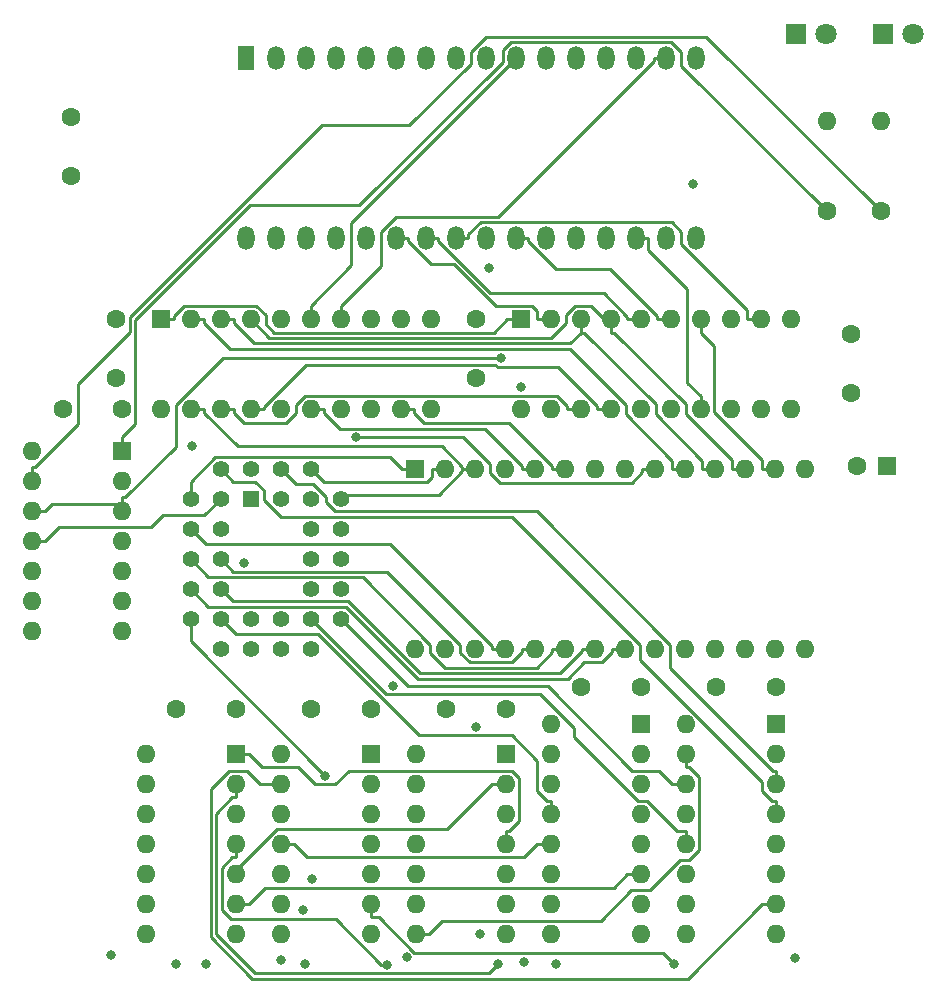
<source format=gbr>
%TF.GenerationSoftware,KiCad,Pcbnew,(6.0.9)*%
%TF.CreationDate,2023-08-23T21:47:27+02:00*%
%TF.ProjectId,p2000t-slot2-datacartridge,70323030-3074-42d7-936c-6f74322d6461,rev?*%
%TF.SameCoordinates,Original*%
%TF.FileFunction,Copper,L2,Inr*%
%TF.FilePolarity,Positive*%
%FSLAX46Y46*%
G04 Gerber Fmt 4.6, Leading zero omitted, Abs format (unit mm)*
G04 Created by KiCad (PCBNEW (6.0.9)) date 2023-08-23 21:47:27*
%MOMM*%
%LPD*%
G01*
G04 APERTURE LIST*
%TA.AperFunction,ComponentPad*%
%ADD10O,1.440000X2.000000*%
%TD*%
%TA.AperFunction,ComponentPad*%
%ADD11R,1.440000X2.000000*%
%TD*%
%TA.AperFunction,ComponentPad*%
%ADD12R,1.422400X1.422400*%
%TD*%
%TA.AperFunction,ComponentPad*%
%ADD13C,1.422400*%
%TD*%
%TA.AperFunction,ComponentPad*%
%ADD14R,1.600000X1.600000*%
%TD*%
%TA.AperFunction,ComponentPad*%
%ADD15O,1.600000X1.600000*%
%TD*%
%TA.AperFunction,ComponentPad*%
%ADD16C,1.600000*%
%TD*%
%TA.AperFunction,ComponentPad*%
%ADD17R,1.800000X1.800000*%
%TD*%
%TA.AperFunction,ComponentPad*%
%ADD18C,1.800000*%
%TD*%
%TA.AperFunction,ViaPad*%
%ADD19C,0.800000*%
%TD*%
%TA.AperFunction,Conductor*%
%ADD20C,0.250000*%
%TD*%
G04 APERTURE END LIST*
D10*
%TO.N,VCC*%
%TO.C,U14*%
X64398000Y-74387500D03*
%TO.N,~{WR}*%
X66938000Y-74387500D03*
%TO.N,CA17*%
X69478000Y-74387500D03*
%TO.N,CA14*%
X72018000Y-74387500D03*
%TO.N,CA13*%
X74558000Y-74387500D03*
%TO.N,CA8*%
X77098000Y-74387500D03*
%TO.N,CA9*%
X79638000Y-74387500D03*
%TO.N,CA11*%
X82178000Y-74387500D03*
%TO.N,~{RD}*%
X84718000Y-74387500D03*
%TO.N,CA10*%
X87258000Y-74387500D03*
%TO.N,SO5*%
X89798000Y-74387500D03*
%TO.N,D7*%
X92338000Y-74387500D03*
%TO.N,D6*%
X94878000Y-74387500D03*
%TO.N,D5*%
X97418000Y-74387500D03*
%TO.N,D4*%
X99958000Y-74387500D03*
%TO.N,D3*%
X102498000Y-74387500D03*
%TO.N,GND*%
X102498000Y-59147500D03*
%TO.N,D2*%
X99958000Y-59147500D03*
%TO.N,D1*%
X97418000Y-59147500D03*
%TO.N,D0*%
X94878000Y-59147500D03*
%TO.N,CA0*%
X92338000Y-59147500D03*
%TO.N,CA1*%
X89798000Y-59147500D03*
%TO.N,CA2*%
X87258000Y-59147500D03*
%TO.N,CA3*%
X84718000Y-59147500D03*
%TO.N,CA4*%
X82178000Y-59147500D03*
%TO.N,CA5*%
X79638000Y-59147500D03*
%TO.N,CA6*%
X77098000Y-59147500D03*
%TO.N,CA7*%
X74558000Y-59147500D03*
%TO.N,CA12*%
X72018000Y-59147500D03*
%TO.N,CA15*%
X69478000Y-59147500D03*
%TO.N,CA16*%
X66938000Y-59147500D03*
D11*
%TO.N,CA18*%
X64398000Y-59147500D03*
%TD*%
D12*
%TO.N,CA18*%
%TO.C,U5*%
X64770000Y-96520000D03*
D13*
%TO.N,CA16*%
X67310000Y-93980000D03*
%TO.N,CA15*%
X67310000Y-96520000D03*
%TO.N,CA12*%
X69850000Y-93980000D03*
%TO.N,CA7*%
X72390000Y-96520000D03*
%TO.N,CA6*%
X69850000Y-96520000D03*
%TO.N,CA5*%
X72390000Y-99060000D03*
%TO.N,CA4*%
X69850000Y-99060000D03*
%TO.N,CA3*%
X72390000Y-101600000D03*
%TO.N,CA2*%
X69850000Y-101600000D03*
%TO.N,CA1*%
X72390000Y-104140000D03*
%TO.N,CA0*%
X69850000Y-104140000D03*
%TO.N,D0*%
X72390000Y-106680000D03*
%TO.N,D1*%
X69850000Y-109220000D03*
%TO.N,D2*%
X69850000Y-106680000D03*
%TO.N,GND*%
X67310000Y-109220000D03*
%TO.N,D3*%
X67310000Y-106680000D03*
%TO.N,D4*%
X64770000Y-109220000D03*
%TO.N,D5*%
X64770000Y-106680000D03*
%TO.N,D6*%
X62230000Y-109220000D03*
%TO.N,D7*%
X59690000Y-106680000D03*
%TO.N,SO2*%
X62230000Y-106680000D03*
%TO.N,CA10*%
X59690000Y-104140000D03*
%TO.N,~{RD}*%
X62230000Y-104140000D03*
%TO.N,CA11*%
X59690000Y-101600000D03*
%TO.N,CA9*%
X62230000Y-101600000D03*
%TO.N,CA8*%
X59690000Y-99060000D03*
%TO.N,CA13*%
X62230000Y-99060000D03*
%TO.N,CA14*%
X59690000Y-96520000D03*
%TO.N,CA17*%
X62230000Y-93980000D03*
%TO.N,~{WR}*%
X62230000Y-96520000D03*
%TO.N,VCC*%
X64770000Y-93980000D03*
%TD*%
D14*
%TO.N,Net-(R1-Pad1)*%
%TO.C,U15*%
X53888800Y-92400200D03*
D15*
%TO.N,~{RD}*%
X53888800Y-94940200D03*
%TO.N,SO5*%
X53888800Y-97480200D03*
%TO.N,unconnected-(U15-Pad4)*%
X53888800Y-100020200D03*
%TO.N,VCC*%
X53888800Y-102560200D03*
X53888800Y-105100200D03*
%TO.N,GND*%
X53888800Y-107640200D03*
%TO.N,N/C*%
X46268800Y-107640200D03*
X46268800Y-105100200D03*
X46268800Y-102560200D03*
%TO.N,~{WR}*%
X46268800Y-100020200D03*
%TO.N,SO5*%
X46268800Y-97480200D03*
%TO.N,Net-(R2-Pad1)*%
X46268800Y-94940200D03*
%TO.N,VCC*%
X46268800Y-92400200D03*
%TD*%
%TO.N,Net-(D2-Pad2)*%
%TO.C,R2*%
X118110000Y-64516000D03*
D16*
%TO.N,Net-(R2-Pad1)*%
X118110000Y-72136000D03*
%TD*%
%TO.N,Net-(R1-Pad1)*%
%TO.C,R1*%
X113538000Y-72136000D03*
D15*
%TO.N,Net-(D1-Pad2)*%
X113538000Y-64516000D03*
%TD*%
D17*
%TO.N,GND*%
%TO.C,D2*%
X118359000Y-57150000D03*
D18*
%TO.N,Net-(D2-Pad2)*%
X120899000Y-57150000D03*
%TD*%
D17*
%TO.N,GND*%
%TO.C,D1*%
X110993000Y-57150000D03*
D18*
%TO.N,Net-(D1-Pad2)*%
X113533000Y-57150000D03*
%TD*%
D14*
%TO.N,A0*%
%TO.C,U3*%
X97790000Y-115570000D03*
D15*
%TO.N,A1*%
X97790000Y-118110000D03*
%TO.N,A2*%
X97790000Y-120650000D03*
%TO.N,Net-(U1-Pad6)*%
X97790000Y-123190000D03*
%TO.N,~{IORQ}*%
X97790000Y-125730000D03*
%TO.N,Net-(U3-Pad6)*%
X97790000Y-128270000D03*
%TO.N,unconnected-(U3-Pad7)*%
X97790000Y-130810000D03*
%TO.N,GND*%
X97790000Y-133350000D03*
%TO.N,unconnected-(U3-Pad9)*%
X90170000Y-133350000D03*
%TO.N,SO5*%
X90170000Y-130810000D03*
%TO.N,SO4*%
X90170000Y-128270000D03*
%TO.N,Net-(U3-Pad12)*%
X90170000Y-125730000D03*
%TO.N,SO2*%
X90170000Y-123190000D03*
%TO.N,Net-(U3-Pad14)*%
X90170000Y-120650000D03*
%TO.N,Net-(U3-Pad15)*%
X90170000Y-118110000D03*
%TO.N,VCC*%
X90170000Y-115570000D03*
%TD*%
D14*
%TO.N,A7*%
%TO.C,U1*%
X86360000Y-118110000D03*
D15*
%TO.N,Net-(U1-Pad2)*%
X86360000Y-120650000D03*
%TO.N,A4*%
X86360000Y-123190000D03*
%TO.N,Net-(U1-Pad4)*%
X86360000Y-125730000D03*
%TO.N,M1*%
X86360000Y-128270000D03*
%TO.N,Net-(U1-Pad6)*%
X86360000Y-130810000D03*
%TO.N,GND*%
X86360000Y-133350000D03*
%TO.N,Net-(U1-Pad8)*%
X78740000Y-133350000D03*
%TO.N,~{RES}*%
X78740000Y-130810000D03*
%TO.N,unconnected-(U1-Pad10)*%
X78740000Y-128270000D03*
%TO.N,VCC*%
X78740000Y-125730000D03*
%TO.N,unconnected-(U1-Pad12)*%
X78740000Y-123190000D03*
%TO.N,VCC*%
X78740000Y-120650000D03*
X78740000Y-118110000D03*
%TD*%
D14*
%TO.N,Net-(U6-Pad1)*%
%TO.C,U6*%
X74930000Y-118105000D03*
D15*
%TO.N,Net-(U3-Pad15)*%
X74930000Y-120645000D03*
%TO.N,~{WR}*%
X74930000Y-123185000D03*
%TO.N,Net-(U6-Pad4)*%
X74930000Y-125725000D03*
%TO.N,Net-(U3-Pad14)*%
X74930000Y-128265000D03*
%TO.N,~{WR}*%
X74930000Y-130805000D03*
%TO.N,GND*%
X74930000Y-133345000D03*
%TO.N,VCC*%
X67310000Y-133345000D03*
X67310000Y-130805000D03*
%TO.N,unconnected-(U6-Pad10)*%
X67310000Y-128265000D03*
%TO.N,Net-(U3-Pad12)*%
X67310000Y-125725000D03*
%TO.N,~{WR}*%
X67310000Y-123185000D03*
%TO.N,Net-(U6-Pad13)*%
X67310000Y-120645000D03*
%TO.N,VCC*%
X67310000Y-118105000D03*
%TD*%
D14*
%TO.N,Net-(U1-Pad4)*%
%TO.C,U4*%
X63500000Y-118105000D03*
D15*
%TO.N,A6*%
X63500000Y-120645000D03*
%TO.N,N/C*%
X63500000Y-123185000D03*
%TO.N,A5*%
X63500000Y-125725000D03*
%TO.N,Net-(U1-Pad2)*%
X63500000Y-128265000D03*
%TO.N,Net-(U3-Pad6)*%
X63500000Y-130805000D03*
%TO.N,GND*%
X63500000Y-133345000D03*
%TO.N,unconnected-(U4-Pad8)*%
X55880000Y-133345000D03*
%TO.N,GND*%
X55880000Y-130805000D03*
X55880000Y-128265000D03*
%TO.N,N/C*%
X55880000Y-125725000D03*
%TO.N,GND*%
X55880000Y-123185000D03*
X55880000Y-120645000D03*
%TO.N,VCC*%
X55880000Y-118105000D03*
%TD*%
D14*
%TO.N,~{RES}*%
%TO.C,U8*%
X87635000Y-81290000D03*
D15*
%TO.N,CA8*%
X90175000Y-81290000D03*
%TO.N,D0*%
X92715000Y-81290000D03*
%TO.N,D1*%
X95255000Y-81290000D03*
%TO.N,CA9*%
X97795000Y-81290000D03*
%TO.N,CA10*%
X100335000Y-81290000D03*
%TO.N,D2*%
X102875000Y-81290000D03*
%TO.N,D3*%
X105415000Y-81290000D03*
%TO.N,CA11*%
X107955000Y-81290000D03*
%TO.N,GND*%
X110495000Y-81290000D03*
%TO.N,Net-(U6-Pad4)*%
X110495000Y-88910000D03*
%TO.N,CA12*%
X107955000Y-88910000D03*
%TO.N,D4*%
X105415000Y-88910000D03*
%TO.N,D5*%
X102875000Y-88910000D03*
%TO.N,CA13*%
X100335000Y-88910000D03*
%TO.N,CA14*%
X97795000Y-88910000D03*
%TO.N,D6*%
X95255000Y-88910000D03*
%TO.N,D7*%
X92715000Y-88910000D03*
%TO.N,CA15*%
X90175000Y-88910000D03*
%TO.N,VCC*%
X87635000Y-88910000D03*
%TD*%
D14*
%TO.N,~{RES}*%
%TO.C,U9*%
X57155000Y-81290000D03*
D15*
%TO.N,CA0*%
X59695000Y-81290000D03*
%TO.N,D0*%
X62235000Y-81290000D03*
%TO.N,D1*%
X64775000Y-81290000D03*
%TO.N,CA1*%
X67315000Y-81290000D03*
%TO.N,CA2*%
X69855000Y-81290000D03*
%TO.N,D2*%
X72395000Y-81290000D03*
%TO.N,D3*%
X74935000Y-81290000D03*
%TO.N,CA3*%
X77475000Y-81290000D03*
%TO.N,GND*%
X80015000Y-81290000D03*
%TO.N,Net-(U6-Pad1)*%
X80015000Y-88910000D03*
%TO.N,CA4*%
X77475000Y-88910000D03*
%TO.N,D4*%
X74935000Y-88910000D03*
%TO.N,D5*%
X72395000Y-88910000D03*
%TO.N,CA5*%
X69855000Y-88910000D03*
%TO.N,CA6*%
X67315000Y-88910000D03*
%TO.N,D6*%
X64775000Y-88910000D03*
%TO.N,D7*%
X62235000Y-88910000D03*
%TO.N,CA7*%
X59695000Y-88910000D03*
%TO.N,VCC*%
X57155000Y-88910000D03*
%TD*%
D16*
%TO.N,VCC*%
%TO.C,C1*%
X58500000Y-114300000D03*
%TO.N,GND*%
X63500000Y-114300000D03*
%TD*%
%TO.N,VCC*%
%TO.C,C2*%
X69930000Y-114300000D03*
%TO.N,GND*%
X74930000Y-114300000D03*
%TD*%
%TO.N,VCC*%
%TO.C,C3*%
X81360000Y-114300000D03*
%TO.N,GND*%
X86360000Y-114300000D03*
%TD*%
%TO.N,VCC*%
%TO.C,C4*%
X104220000Y-112395000D03*
%TO.N,GND*%
X109220000Y-112395000D03*
%TD*%
%TO.N,VCC*%
%TO.C,C5*%
X53340000Y-86290000D03*
%TO.N,GND*%
X53340000Y-81290000D03*
%TD*%
%TO.N,GND*%
%TO.C,C6*%
X48888800Y-88900000D03*
%TO.N,VCC*%
X53888800Y-88900000D03*
%TD*%
%TO.N,VCC*%
%TO.C,C8*%
X115570000Y-82550000D03*
%TO.N,GND*%
X115570000Y-87550000D03*
%TD*%
%TO.N,VCC*%
%TO.C,C9*%
X49530000Y-69175000D03*
%TO.N,GND*%
X49530000Y-64175000D03*
%TD*%
D14*
%TO.N,GND*%
%TO.C,U13*%
X109220000Y-115570000D03*
D15*
X109220000Y-118110000D03*
%TO.N,CA16*%
X109220000Y-120650000D03*
%TO.N,CA17*%
X109220000Y-123190000D03*
%TO.N,CA18*%
X109220000Y-125730000D03*
%TO.N,unconnected-(U13-Pad6)*%
X109220000Y-128270000D03*
%TO.N,Net-(U6-Pad13)*%
X109220000Y-130810000D03*
%TO.N,GND*%
X109220000Y-133350000D03*
X101600000Y-133350000D03*
X101600000Y-130810000D03*
X101600000Y-128270000D03*
%TO.N,D2*%
X101600000Y-125730000D03*
%TO.N,D1*%
X101600000Y-123190000D03*
%TO.N,D0*%
X101600000Y-120650000D03*
%TO.N,Net-(U1-Pad8)*%
X101600000Y-118110000D03*
%TO.N,VCC*%
X101600000Y-115570000D03*
%TD*%
D16*
%TO.N,VCC*%
%TO.C,C7*%
X83820000Y-86280000D03*
%TO.N,GND*%
X83820000Y-81280000D03*
%TD*%
%TO.N,VCC*%
%TO.C,C10*%
X97790000Y-112395000D03*
%TO.N,GND*%
X92790000Y-112395000D03*
%TD*%
D14*
%TO.N,VCC*%
%TO.C,C11*%
X118618000Y-93726000D03*
D16*
%TO.N,GND*%
X116118000Y-93726000D03*
%TD*%
D14*
%TO.N,CA14*%
%TO.C,U11*%
X78725000Y-93975000D03*
D15*
%TO.N,CA12*%
X81265000Y-93975000D03*
%TO.N,CA7*%
X83805000Y-93975000D03*
%TO.N,CA6*%
X86345000Y-93975000D03*
%TO.N,CA5*%
X88885000Y-93975000D03*
%TO.N,CA4*%
X91425000Y-93975000D03*
%TO.N,CA3*%
X93965000Y-93975000D03*
%TO.N,CA2*%
X96505000Y-93975000D03*
%TO.N,CA1*%
X99045000Y-93975000D03*
%TO.N,CA0*%
X101585000Y-93975000D03*
%TO.N,D0*%
X104125000Y-93975000D03*
%TO.N,D1*%
X106665000Y-93975000D03*
%TO.N,D2*%
X109205000Y-93975000D03*
%TO.N,GND*%
X111745000Y-93975000D03*
%TO.N,D3*%
X111745000Y-109215000D03*
%TO.N,D4*%
X109205000Y-109215000D03*
%TO.N,D5*%
X106665000Y-109215000D03*
%TO.N,D6*%
X104125000Y-109215000D03*
%TO.N,D7*%
X101585000Y-109215000D03*
%TO.N,SO4*%
X99045000Y-109215000D03*
%TO.N,CA10*%
X96505000Y-109215000D03*
%TO.N,~{RD}*%
X93965000Y-109215000D03*
%TO.N,CA11*%
X91425000Y-109215000D03*
%TO.N,CA9*%
X88885000Y-109215000D03*
%TO.N,CA8*%
X86345000Y-109215000D03*
%TO.N,CA13*%
X83805000Y-109215000D03*
%TO.N,~{WR}*%
X81265000Y-109215000D03*
%TO.N,VCC*%
X78725000Y-109215000D03*
%TD*%
D19*
%TO.N,VCC*%
X87630000Y-86995000D03*
%TO.N,GND*%
X78002666Y-135320765D03*
X84220900Y-133350000D03*
X90657500Y-135890000D03*
X102235000Y-69850000D03*
X84952801Y-76972199D03*
%TO.N,VCC*%
X59786849Y-91978151D03*
X76835000Y-112313700D03*
X83820000Y-115785300D03*
%TO.N,GND*%
X58420000Y-135890000D03*
X60960000Y-135890000D03*
%TO.N,SO5*%
X85987700Y-84526900D03*
%TO.N,CA1*%
X73665000Y-91278400D03*
%TO.N,~{WR}*%
X100638800Y-135905100D03*
%TO.N,D1*%
X64226300Y-101917200D03*
%TO.N,D5*%
X67389100Y-135524300D03*
%TO.N,D7*%
X71059100Y-119913400D03*
%TO.N,A5*%
X76300700Y-135918200D03*
%TO.N,~{RES}*%
X87909100Y-135682600D03*
%TO.N,A6*%
X85737100Y-135888300D03*
%TO.N,D4*%
X69423400Y-135912600D03*
%TO.N,D2*%
X69995600Y-128638700D03*
%TO.N,D0*%
X69245700Y-131315200D03*
%TO.N,VCC*%
X52975800Y-135131700D03*
%TO.N,GND*%
X110883200Y-135337500D03*
%TD*%
D20*
%TO.N,Net-(U6-Pad13)*%
X65589700Y-120645000D02*
X67310000Y-120645000D01*
X64456500Y-119511800D02*
X65589700Y-120645000D01*
X62979400Y-119511800D02*
X64456500Y-119511800D01*
X61400600Y-121090600D02*
X62979400Y-119511800D01*
X61400600Y-133580700D02*
X61400600Y-121090600D01*
X64929000Y-137109100D02*
X61400600Y-133580700D01*
X101795600Y-137109100D02*
X64929000Y-137109100D01*
X108094700Y-130810000D02*
X101795600Y-137109100D01*
X109220000Y-130810000D02*
X108094700Y-130810000D01*
%TO.N,Net-(U3-Pad12)*%
X87919400Y-126855300D02*
X89044700Y-125730000D01*
X69565600Y-126855300D02*
X87919400Y-126855300D01*
X68435300Y-125725000D02*
X69565600Y-126855300D01*
X67310000Y-125725000D02*
X68435300Y-125725000D01*
X90170000Y-125730000D02*
X89044700Y-125730000D01*
%TO.N,Net-(U3-Pad6)*%
X63500000Y-130805000D02*
X64625300Y-130805000D01*
X97790000Y-128270000D02*
X96664700Y-128270000D01*
X66011600Y-129418700D02*
X64625300Y-130805000D01*
X66011600Y-129418600D02*
X66011600Y-129418700D01*
X95516100Y-129418600D02*
X66011600Y-129418600D01*
X96664700Y-128270000D02*
X95516100Y-129418600D01*
%TO.N,CA16*%
X68580000Y-95250000D02*
X67310000Y-93980000D01*
X70061900Y-95250000D02*
X68580000Y-95250000D01*
X71120000Y-96308100D02*
X70061900Y-95250000D01*
X71120000Y-96729200D02*
X71120000Y-96308100D01*
X71947300Y-97556500D02*
X71120000Y-96729200D01*
X89042800Y-97556500D02*
X71947300Y-97556500D01*
X100315000Y-108828700D02*
X89042800Y-97556500D01*
X100315000Y-110852900D02*
X100315000Y-108828700D01*
X108986800Y-119524700D02*
X100315000Y-110852900D01*
X109220000Y-119524700D02*
X108986800Y-119524700D01*
X109220000Y-120650000D02*
X109220000Y-119524700D01*
%TO.N,CA17*%
X63283100Y-95033100D02*
X62230000Y-93980000D01*
X65171000Y-95033100D02*
X63283100Y-95033100D01*
X65880700Y-95742800D02*
X65171000Y-95033100D01*
X65880700Y-96569700D02*
X65880700Y-95742800D01*
X67334500Y-98023500D02*
X65880700Y-96569700D01*
X86942600Y-98023500D02*
X67334500Y-98023500D01*
X97775000Y-108855900D02*
X86942600Y-98023500D01*
X97775000Y-110133100D02*
X97775000Y-108855900D01*
X108094700Y-120452800D02*
X97775000Y-110133100D01*
X108094700Y-121220800D02*
X108094700Y-120452800D01*
X108938600Y-122064700D02*
X108094700Y-121220800D01*
X109220000Y-122064700D02*
X108938600Y-122064700D01*
X109220000Y-123190000D02*
X109220000Y-122064700D01*
%TO.N,SO2*%
X89888600Y-122064700D02*
X90170000Y-122064700D01*
X89044700Y-121220800D02*
X89888600Y-122064700D01*
X89044700Y-118667100D02*
X89044700Y-121220800D01*
X86887400Y-116509800D02*
X89044700Y-118667100D01*
X79042900Y-116509800D02*
X86887400Y-116509800D01*
X70483100Y-107950000D02*
X79042900Y-116509800D01*
X63500000Y-107950000D02*
X70483100Y-107950000D01*
X62230000Y-106680000D02*
X63500000Y-107950000D01*
X90170000Y-123190000D02*
X90170000Y-122064700D01*
%TO.N,SO5*%
X53888800Y-97480200D02*
X53888800Y-96917500D01*
X53888800Y-96917500D02*
X53888800Y-96354900D01*
X47956800Y-96917500D02*
X47394100Y-97480200D01*
X53888800Y-96917500D02*
X47956800Y-96917500D01*
X46268800Y-97480200D02*
X47394100Y-97480200D01*
X62460600Y-84526900D02*
X85987700Y-84526900D01*
X58425000Y-88562500D02*
X62460600Y-84526900D01*
X58425000Y-92100000D02*
X58425000Y-88562500D01*
X54170100Y-96354900D02*
X58425000Y-92100000D01*
X53888800Y-96354900D02*
X54170100Y-96354900D01*
%TO.N,Net-(R2-Pad1)*%
X46550100Y-93814900D02*
X46268800Y-93814900D01*
X50173600Y-90191400D02*
X46550100Y-93814900D01*
X50173600Y-86767300D02*
X50173600Y-90191400D01*
X54563600Y-82377300D02*
X50173600Y-86767300D01*
X54563600Y-81128800D02*
X54563600Y-82377300D01*
X70814600Y-64877800D02*
X54563600Y-81128800D01*
X78207600Y-64877800D02*
X70814600Y-64877800D01*
X83448000Y-59637400D02*
X78207600Y-64877800D01*
X83448000Y-58642000D02*
X83448000Y-59637400D01*
X84736300Y-57353700D02*
X83448000Y-58642000D01*
X103327700Y-57353700D02*
X84736300Y-57353700D01*
X118110000Y-72136000D02*
X103327700Y-57353700D01*
X46268800Y-94940200D02*
X46268800Y-93814900D01*
%TO.N,Net-(R1-Pad1)*%
X53888800Y-92400200D02*
X53888800Y-91274900D01*
X101228000Y-59826000D02*
X113538000Y-72136000D01*
X101228000Y-58651800D02*
X101228000Y-59826000D01*
X100387300Y-57811100D02*
X101228000Y-58651800D01*
X86832500Y-57811100D02*
X100387300Y-57811100D01*
X86147300Y-58496300D02*
X86832500Y-57811100D01*
X86147300Y-59480800D02*
X86147300Y-58496300D01*
X73988500Y-71639600D02*
X86147300Y-59480800D01*
X64689700Y-71639600D02*
X73988500Y-71639600D01*
X55014100Y-81315200D02*
X64689700Y-71639600D01*
X55014100Y-90149600D02*
X55014100Y-81315200D01*
X53888800Y-91274900D02*
X55014100Y-90149600D01*
%TO.N,Net-(U1-Pad8)*%
X80990600Y-132224700D02*
X79865300Y-133350000D01*
X94427500Y-132224700D02*
X80990600Y-132224700D01*
X97008500Y-129643700D02*
X94427500Y-132224700D01*
X98571800Y-129643700D02*
X97008500Y-129643700D01*
X101141600Y-127073900D02*
X98571800Y-129643700D01*
X101878000Y-127073900D02*
X101141600Y-127073900D01*
X102728200Y-126223700D02*
X101878000Y-127073900D01*
X102728200Y-120082200D02*
X102728200Y-126223700D01*
X101881300Y-119235300D02*
X102728200Y-120082200D01*
X101600000Y-119235300D02*
X101881300Y-119235300D01*
X101600000Y-118110000D02*
X101600000Y-119235300D01*
X78740000Y-133350000D02*
X79865300Y-133350000D01*
%TO.N,Net-(U1-Pad2)*%
X81429700Y-124455000D02*
X85234700Y-120650000D01*
X66979800Y-124455000D02*
X81429700Y-124455000D01*
X63500000Y-127934800D02*
X66979800Y-124455000D01*
X63500000Y-128265000D02*
X63500000Y-127934800D01*
X86360000Y-120650000D02*
X85234700Y-120650000D01*
%TO.N,Net-(U1-Pad4)*%
X86641400Y-124604700D02*
X86360000Y-124604700D01*
X87485300Y-123760800D02*
X86641400Y-124604700D01*
X87485300Y-120110400D02*
X87485300Y-123760800D01*
X86874600Y-119499700D02*
X87485300Y-120110400D01*
X73078100Y-119499700D02*
X86874600Y-119499700D01*
X71922800Y-120655000D02*
X73078100Y-119499700D01*
X70215000Y-120655000D02*
X71922800Y-120655000D01*
X68790300Y-119230300D02*
X70215000Y-120655000D01*
X65750600Y-119230300D02*
X68790300Y-119230300D01*
X64625300Y-118105000D02*
X65750600Y-119230300D01*
X63500000Y-118105000D02*
X64625300Y-118105000D01*
X86360000Y-125730000D02*
X86360000Y-124604700D01*
%TO.N,CA7*%
X83805000Y-93975000D02*
X82679700Y-93975000D01*
X59695000Y-88910000D02*
X60820300Y-88910000D01*
X72777000Y-96133000D02*
X72390000Y-96520000D01*
X72777000Y-96132900D02*
X72777000Y-96133000D01*
X80700900Y-96132900D02*
X72777000Y-96132900D01*
X82679700Y-94154100D02*
X80700900Y-96132900D01*
X82679700Y-93975000D02*
X82679700Y-94154100D01*
X82679700Y-93755600D02*
X82679700Y-93975000D01*
X80966900Y-92042800D02*
X82679700Y-93755600D01*
X63671800Y-92042800D02*
X80966900Y-92042800D01*
X60820300Y-89191300D02*
X63671800Y-92042800D01*
X60820300Y-88910000D02*
X60820300Y-89191300D01*
%TO.N,CA5*%
X70980300Y-89191300D02*
X70980300Y-88910000D01*
X72339300Y-90550300D02*
X70980300Y-89191300D01*
X84616300Y-90550300D02*
X72339300Y-90550300D01*
X87759700Y-93693700D02*
X84616300Y-90550300D01*
X87759700Y-93975000D02*
X87759700Y-93693700D01*
X88885000Y-93975000D02*
X87759700Y-93975000D01*
X69855000Y-88910000D02*
X70980300Y-88910000D01*
%TO.N,CA14*%
X59690000Y-95027400D02*
X59690000Y-96520000D01*
X61775100Y-92942300D02*
X59690000Y-95027400D01*
X76567000Y-92942300D02*
X61775100Y-92942300D01*
X77599700Y-93975000D02*
X76567000Y-92942300D01*
X78725000Y-93975000D02*
X77599700Y-93975000D01*
%TO.N,CA8*%
X78143300Y-74681500D02*
X78143300Y-74387500D01*
X80077900Y-76616100D02*
X78143300Y-74681500D01*
X81981000Y-76616100D02*
X80077900Y-76616100D01*
X85529600Y-80164700D02*
X81981000Y-76616100D01*
X88627800Y-80164700D02*
X85529600Y-80164700D01*
X89049700Y-80586600D02*
X88627800Y-80164700D01*
X89049700Y-81290000D02*
X89049700Y-80586600D01*
X90175000Y-81290000D02*
X89049700Y-81290000D01*
X77098000Y-74387500D02*
X78143300Y-74387500D01*
X60960000Y-100330000D02*
X59690000Y-99060000D01*
X76616000Y-100330000D02*
X60960000Y-100330000D01*
X85219700Y-108933700D02*
X76616000Y-100330000D01*
X85219700Y-109215000D02*
X85219700Y-108933700D01*
X86345000Y-109215000D02*
X85219700Y-109215000D01*
%TO.N,CA11*%
X91425000Y-109215000D02*
X90299700Y-109215000D01*
X61193400Y-103103400D02*
X59690000Y-101600000D01*
X74259700Y-103103400D02*
X61193400Y-103103400D01*
X79995000Y-108838700D02*
X74259700Y-103103400D01*
X79995000Y-109564200D02*
X79995000Y-108838700D01*
X81223600Y-110792800D02*
X79995000Y-109564200D01*
X89003200Y-110792800D02*
X81223600Y-110792800D01*
X90299700Y-109496300D02*
X89003200Y-110792800D01*
X90299700Y-109215000D02*
X90299700Y-109496300D01*
X106829700Y-80485700D02*
X106829700Y-81290000D01*
X101228000Y-74884000D02*
X106829700Y-80485700D01*
X101228000Y-73868100D02*
X101228000Y-74884000D01*
X100422000Y-73062100D02*
X101228000Y-73868100D01*
X84254700Y-73062100D02*
X100422000Y-73062100D01*
X83223300Y-74093500D02*
X84254700Y-73062100D01*
X83223300Y-74387500D02*
X83223300Y-74093500D01*
X82178000Y-74387500D02*
X83223300Y-74387500D01*
X107955000Y-81290000D02*
X106829700Y-81290000D01*
%TO.N,CA9*%
X97795000Y-81290000D02*
X96669700Y-81290000D01*
X79638000Y-74387500D02*
X80683300Y-74387500D01*
X80683300Y-74681500D02*
X80683300Y-74387500D01*
X85077400Y-79075600D02*
X80683300Y-74681500D01*
X94693800Y-79075600D02*
X85077400Y-79075600D01*
X96669700Y-81051500D02*
X94693800Y-79075600D01*
X96669700Y-81290000D02*
X96669700Y-81051500D01*
X63283000Y-102653000D02*
X62230000Y-101600000D01*
X76306500Y-102653000D02*
X63283000Y-102653000D01*
X82535000Y-108881500D02*
X76306500Y-102653000D01*
X82535000Y-109542500D02*
X82535000Y-108881500D01*
X83332900Y-110340400D02*
X82535000Y-109542500D01*
X86915600Y-110340400D02*
X83332900Y-110340400D01*
X87759700Y-109496300D02*
X86915600Y-110340400D01*
X87759700Y-109215000D02*
X87759700Y-109496300D01*
X88885000Y-109215000D02*
X87759700Y-109215000D01*
%TO.N,CA12*%
X81265000Y-93975000D02*
X80139700Y-93975000D01*
X70970400Y-95100400D02*
X69850000Y-93980000D01*
X79717600Y-95100400D02*
X70970400Y-95100400D01*
X80139700Y-94678300D02*
X79717600Y-95100400D01*
X80139700Y-93975000D02*
X80139700Y-94678300D01*
%TO.N,CA10*%
X88303300Y-74681500D02*
X88303300Y-74387500D01*
X90643900Y-77022100D02*
X88303300Y-74681500D01*
X95223100Y-77022100D02*
X90643900Y-77022100D01*
X99209700Y-81008700D02*
X95223100Y-77022100D01*
X99209700Y-81290000D02*
X99209700Y-81008700D01*
X100335000Y-81290000D02*
X99209700Y-81290000D01*
X87258000Y-74387500D02*
X88303300Y-74387500D01*
X96505000Y-109215000D02*
X95379700Y-109215000D01*
X61193400Y-105643400D02*
X59690000Y-104140000D01*
X72873200Y-105643400D02*
X61193400Y-105643400D01*
X78948900Y-111719100D02*
X72873200Y-105643400D01*
X91644300Y-111719100D02*
X78948900Y-111719100D01*
X93023100Y-110340300D02*
X91644300Y-111719100D01*
X94535800Y-110340300D02*
X93023100Y-110340300D01*
X95379700Y-109496400D02*
X94535800Y-110340300D01*
X95379700Y-109215000D02*
X95379700Y-109496400D01*
%TO.N,CA0*%
X101585000Y-93975000D02*
X100459700Y-93975000D01*
X59695000Y-81290000D02*
X60820300Y-81290000D01*
X100459700Y-93247600D02*
X100459700Y-93975000D01*
X96525000Y-89312900D02*
X100459700Y-93247600D01*
X96525000Y-88548800D02*
X96525000Y-89312900D01*
X91777800Y-83801600D02*
X96525000Y-88548800D01*
X63050600Y-83801600D02*
X91777800Y-83801600D01*
X60820300Y-81571300D02*
X63050600Y-83801600D01*
X60820300Y-81290000D02*
X60820300Y-81571300D01*
%TO.N,CA1*%
X82778600Y-91278400D02*
X73665000Y-91278400D01*
X85075000Y-93574800D02*
X82778600Y-91278400D01*
X85075000Y-94299900D02*
X85075000Y-93574800D01*
X85889400Y-95114300D02*
X85075000Y-94299900D01*
X97061700Y-95114300D02*
X85889400Y-95114300D01*
X97919700Y-94256300D02*
X97061700Y-95114300D01*
X97919700Y-93975000D02*
X97919700Y-94256300D01*
X99045000Y-93975000D02*
X97919700Y-93975000D01*
%TO.N,CA4*%
X78600300Y-89191400D02*
X78600300Y-88910000D01*
X79444200Y-90035300D02*
X78600300Y-89191400D01*
X86641300Y-90035300D02*
X79444200Y-90035300D01*
X90299700Y-93693700D02*
X86641300Y-90035300D01*
X90299700Y-93975000D02*
X90299700Y-93693700D01*
X91425000Y-93975000D02*
X90299700Y-93975000D01*
X77475000Y-88910000D02*
X78600300Y-88910000D01*
%TO.N,CA2*%
X73288000Y-73117500D02*
X87258000Y-59147500D01*
X73288000Y-76731700D02*
X73288000Y-73117500D01*
X69855000Y-80164700D02*
X73288000Y-76731700D01*
X69855000Y-81290000D02*
X69855000Y-80164700D01*
%TO.N,~{WR}*%
X48519400Y-98894900D02*
X47394100Y-100020200D01*
X56323900Y-98894900D02*
X48519400Y-98894900D01*
X57340900Y-97877900D02*
X56323900Y-98894900D01*
X60872100Y-97877900D02*
X57340900Y-97877900D01*
X62230000Y-96520000D02*
X60872100Y-97877900D01*
X46268800Y-100020200D02*
X47394100Y-100020200D01*
X99681300Y-134947600D02*
X100638800Y-135905100D01*
X78654100Y-134947600D02*
X99681300Y-134947600D01*
X75636800Y-131930300D02*
X78654100Y-134947600D01*
X74930000Y-131930300D02*
X75636800Y-131930300D01*
X74930000Y-130805000D02*
X74930000Y-131930300D01*
%TO.N,D1*%
X95536300Y-82415300D02*
X95255000Y-82415300D01*
X101605000Y-88484000D02*
X95536300Y-82415300D01*
X101605000Y-89298600D02*
X101605000Y-88484000D01*
X105539700Y-93233300D02*
X101605000Y-89298600D01*
X105539700Y-93975000D02*
X105539700Y-93233300D01*
X106665000Y-93975000D02*
X105539700Y-93975000D01*
X95255000Y-81290000D02*
X95255000Y-81852600D01*
X95255000Y-81852600D02*
X95255000Y-82415300D01*
X93555800Y-80153400D02*
X95255000Y-81852600D01*
X92209500Y-80153400D02*
X93555800Y-80153400D01*
X91445000Y-80917900D02*
X92209500Y-80153400D01*
X91445000Y-81633500D02*
X91445000Y-80917900D01*
X90212900Y-82865600D02*
X91445000Y-81633500D01*
X66350600Y-82865600D02*
X90212900Y-82865600D01*
X64775000Y-81290000D02*
X66350600Y-82865600D01*
%TO.N,D5*%
X98463300Y-75432800D02*
X98463300Y-74387500D01*
X101749700Y-78719200D02*
X98463300Y-75432800D01*
X101749700Y-86659400D02*
X101749700Y-78719200D01*
X102875000Y-87784700D02*
X101749700Y-86659400D01*
X102875000Y-88910000D02*
X102875000Y-87784700D01*
X97418000Y-74387500D02*
X98463300Y-74387500D01*
%TO.N,D7*%
X62235000Y-88910000D02*
X63360300Y-88910000D01*
X92715000Y-88910000D02*
X91589700Y-88910000D01*
X63360300Y-89191300D02*
X63360300Y-88910000D01*
X64226400Y-90057400D02*
X63360300Y-89191300D01*
X67769200Y-90057400D02*
X64226400Y-90057400D01*
X68585000Y-89241600D02*
X67769200Y-90057400D01*
X68585000Y-88564100D02*
X68585000Y-89241600D01*
X69364400Y-87784700D02*
X68585000Y-88564100D01*
X90745800Y-87784700D02*
X69364400Y-87784700D01*
X91589700Y-88628600D02*
X90745800Y-87784700D01*
X91589700Y-88910000D02*
X91589700Y-88628600D01*
X59690000Y-108544300D02*
X71059100Y-119913400D01*
X59690000Y-106680000D02*
X59690000Y-108544300D01*
%TO.N,A5*%
X75857300Y-135918200D02*
X76300700Y-135918200D01*
X72014100Y-132075000D02*
X75857300Y-135918200D01*
X63102900Y-132075000D02*
X72014100Y-132075000D01*
X62351500Y-131323600D02*
X63102900Y-132075000D01*
X62351500Y-127717500D02*
X62351500Y-131323600D01*
X63218700Y-126850300D02*
X62351500Y-127717500D01*
X63500000Y-126850300D02*
X63218700Y-126850300D01*
X63500000Y-125725000D02*
X63500000Y-126850300D01*
%TO.N,~{RES}*%
X85384400Y-82415300D02*
X86509700Y-81290000D01*
X66793200Y-82415300D02*
X85384400Y-82415300D01*
X66045000Y-81667100D02*
X66793200Y-82415300D01*
X66045000Y-80965700D02*
X66045000Y-81667100D01*
X65210100Y-80130800D02*
X66045000Y-80965700D01*
X59158200Y-80130800D02*
X65210100Y-80130800D01*
X58280300Y-81008700D02*
X59158200Y-80130800D01*
X58280300Y-81290000D02*
X58280300Y-81008700D01*
X57155000Y-81290000D02*
X58280300Y-81290000D01*
X87635000Y-81290000D02*
X86509700Y-81290000D01*
%TO.N,~{RD}*%
X93965000Y-109215000D02*
X92839700Y-109215000D01*
X63266600Y-105176600D02*
X62230000Y-104140000D01*
X73043300Y-105176600D02*
X63266600Y-105176600D01*
X79115100Y-111248400D02*
X73043300Y-105176600D01*
X90997500Y-111248400D02*
X79115100Y-111248400D01*
X92839700Y-109406200D02*
X90997500Y-111248400D01*
X92839700Y-109215000D02*
X92839700Y-109406200D01*
%TO.N,A6*%
X63500000Y-120645000D02*
X63500000Y-121770300D01*
X84980800Y-136644600D02*
X85737100Y-135888300D01*
X65147600Y-136644600D02*
X84980800Y-136644600D01*
X61851000Y-133348000D02*
X65147600Y-136644600D01*
X61851000Y-123138000D02*
X61851000Y-133348000D01*
X63218700Y-121770300D02*
X61851000Y-123138000D01*
X63500000Y-121770300D02*
X63218700Y-121770300D01*
%TO.N,D6*%
X64775000Y-88910000D02*
X65900300Y-88910000D01*
X95255000Y-88910000D02*
X94129700Y-88910000D01*
X94129700Y-88628700D02*
X94129700Y-88910000D01*
X90792700Y-85291700D02*
X94129700Y-88628700D01*
X85672700Y-85291700D02*
X90792700Y-85291700D01*
X85515500Y-85134500D02*
X85672700Y-85291700D01*
X69490300Y-85134500D02*
X85515500Y-85134500D01*
X65900300Y-88724500D02*
X69490300Y-85134500D01*
X65900300Y-88910000D02*
X65900300Y-88724500D01*
%TO.N,D2*%
X104000300Y-83540600D02*
X102875000Y-82415300D01*
X104000300Y-89152100D02*
X104000300Y-83540600D01*
X108079700Y-93231500D02*
X104000300Y-89152100D01*
X108079700Y-93975000D02*
X108079700Y-93231500D01*
X109205000Y-93975000D02*
X108079700Y-93975000D01*
X102875000Y-81290000D02*
X102875000Y-82415300D01*
X101600000Y-125730000D02*
X101600000Y-124604700D01*
X76208200Y-113038200D02*
X69850000Y-106680000D01*
X89303400Y-113038200D02*
X76208200Y-113038200D01*
X92145200Y-115880000D02*
X89303400Y-113038200D01*
X92145200Y-116620900D02*
X92145200Y-115880000D01*
X97589000Y-122064700D02*
X92145200Y-116620900D01*
X98322100Y-122064700D02*
X97589000Y-122064700D01*
X100862100Y-124604700D02*
X98322100Y-122064700D01*
X101600000Y-124604700D02*
X100862100Y-124604700D01*
X75782400Y-76777300D02*
X72395000Y-80164700D01*
X75782400Y-73898900D02*
X75782400Y-76777300D01*
X77076500Y-72604800D02*
X75782400Y-73898900D01*
X85749400Y-72604800D02*
X77076500Y-72604800D01*
X98912700Y-59441500D02*
X85749400Y-72604800D01*
X98912700Y-59147500D02*
X98912700Y-59441500D01*
X99958000Y-59147500D02*
X98912700Y-59147500D01*
X72395000Y-81290000D02*
X72395000Y-80164700D01*
%TO.N,D0*%
X92996300Y-82415300D02*
X92715000Y-82415300D01*
X99065000Y-88484000D02*
X92996300Y-82415300D01*
X99065000Y-89312900D02*
X99065000Y-88484000D01*
X102999700Y-93247600D02*
X99065000Y-89312900D01*
X102999700Y-93975000D02*
X102999700Y-93247600D01*
X104125000Y-93975000D02*
X102999700Y-93975000D01*
X92715000Y-81290000D02*
X92715000Y-82415300D01*
X62235000Y-81290000D02*
X63360300Y-81290000D01*
X101600000Y-120650000D02*
X100474700Y-120650000D01*
X91814400Y-83315900D02*
X92715000Y-82415300D01*
X65104800Y-83315900D02*
X91814400Y-83315900D01*
X63360300Y-81571400D02*
X65104800Y-83315900D01*
X63360300Y-81290000D02*
X63360300Y-81571400D01*
X78072800Y-112362800D02*
X72390000Y-106680000D01*
X89920700Y-112362800D02*
X78072800Y-112362800D01*
X97082600Y-119524700D02*
X89920700Y-112362800D01*
X99349400Y-119524700D02*
X97082600Y-119524700D01*
X100474700Y-120650000D02*
X99349400Y-119524700D01*
%TD*%
M02*

</source>
